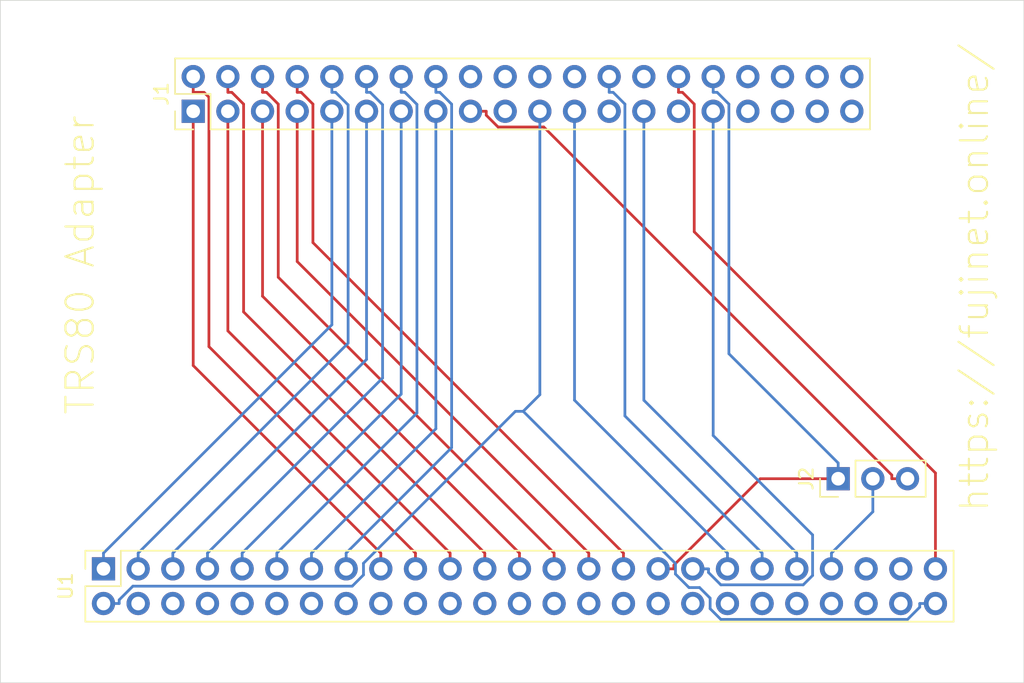
<source format=kicad_pcb>
(kicad_pcb (version 20240108) (generator "pcbnew") (generator_version "8.0")
  (layers (0 "F.Cu" signal) (31 "B.Cu" signal) (34 "B.Paste" user) (35 "F.Paste" user) (36 "B.SilkS" user "B.Silkscreen") (37 "F.SilkS" user "F.Silkscreen") (38 "B.Mask" user) (39 "F.Mask" user) (44 "Edge.Cuts" user))
  (net 0 "")
  (net 1 "/Z80_A5")
  (net 2 "/5V")
  (net 3 "/SPARE3")
  (net 4 "/Z80_A6")
  (net 5 "/Z80_A11")
  (net 6 "/ROMCS")
  (net 7 "/WAIT")
  (net 8 "/Z80_D3")
  (net 9 "/RESET")
  (net 10 "/Z80_D1")
  (net 11 "/RW")
  (net 12 "/Z80_A9")
  (net 13 "/Z80_A12")
  (net 14 "/Z80_A14")
  (net 15 "/Z80_D5")
  (net 16 "/Z80_D4")
  (net 17 "/Z80_D6")
  (net 18 "/Z80_A0")
  (net 19 "/Z80_A2")
  (net 20 "/Z80_A7")
  (net 21 "/SPARE2")
  (net 22 "/IORQ")
  (net 23 "/BUSRQ")
  (net 24 "/SPARE4")
  (net 25 "/BUSACK")
  (net 26 "/RD")
  (net 27 "/Z80_A10")
  (net 28 "/MEMRQ")
  (net 29 "/Z80_A8")
  (net 30 "/Z80_D7")
  (net 31 "/Z80_A3")
  (net 32 "/Z80_A13")
  (net 33 "/GND")
  (net 34 "/Z80_A15")
  (net 35 "/Z80_A4")
  (net 36 "/Z80_D0")
  (net 37 "/Z80_D2")
  (net 38 "/NMI")
  (net 39 "/SPARE1")
  (net 40 "/Z80_A1")
  (net 41 "Net-(J2-Pin_2)")
  (footprint "Connector_PinSocket_2.54mm:PinSocket_2x25_P2.54mm_Vertical" (layer "F.Cu") (at 122.966 136.652 90)
    (property "Reference" "U1" (at -1.27 -2.77 90) (layer "F.SilkS"))
    (property "Value" "~")
    (fp_line (start 1.33 -1.33) (end 1.33 0) (stroke (width 0.12)) (layer "F.SilkS"))
    (fp_line (start 0 -1.33) (end 1.33 -1.33) (stroke (width 0.12)) (layer "F.SilkS"))
    (fp_line (start -1.27 -1.33) (end -1.27 1.27) (stroke (width 0.12)) (layer "F.SilkS"))
    (fp_line (start -3.87 -1.33) (end -1.27 -1.33) (stroke (width 0.12)) (layer "F.SilkS"))
    (fp_line (start -3.87 -1.33) (end -3.87 62.29) (stroke (width 0.12)) (layer "F.SilkS"))
    (fp_line (start 1.33 1.27) (end 1.33 62.29) (stroke (width 0.12)) (layer "F.SilkS"))
    (fp_line (start -1.27 1.27) (end 1.33 1.27) (stroke (width 0.12)) (layer "F.SilkS"))
    (fp_line (start -3.87 62.29) (end 1.33 62.29) (stroke (width 0.12)) (layer "F.SilkS"))
    (pad "1" thru_hole rect (at 0 0 90) (size 1.7 1.7) (drill 1) (layers "*.Cu" "*.Mask") (net 36 "/Z80_D0"))
    (pad "2" thru_hole oval (at -2.54 0 90) (size 1.7 1.7) (drill 1) (layers "*.Cu" "*.Mask") (net 33 "/GND"))
    (pad "3" thru_hole oval (at 0 2.54 90) (size 1.7 1.7) (drill 1) (layers "*.Cu" "*.Mask") (net 10 "/Z80_D1"))
    (pad "4" thru_hole oval (at -2.54 2.54 90) (size 1.7 1.7) (drill 1) (layers "*.Cu" "*.Mask"))
    (pad "5" thru_hole oval (at 0 5.08 90) (size 1.7 1.7) (drill 1) (layers "*.Cu" "*.Mask") (net 37 "/Z80_D2"))
    (pad "6" thru_hole oval (at -2.54 5.08 90) (size 1.7 1.7) (drill 1) (layers "*.Cu" "*.Mask"))
    (pad "7" thru_hole oval (at 0 7.62 90) (size 1.7 1.7) (drill 1) (layers "*.Cu" "*.Mask") (net 8 "/Z80_D3"))
    (pad "8" thru_hole oval (at -2.54 7.62 90) (size 1.7 1.7) (drill 1) (layers "*.Cu" "*.Mask"))
    (pad "9" thru_hole oval (at 0 10.16 90) (size 1.7 1.7) (drill 1) (layers "*.Cu" "*.Mask") (net 16 "/Z80_D4"))
    (pad "10" thru_hole oval (at -2.54 10.16 90) (size 1.7 1.7) (drill 1) (layers "*.Cu" "*.Mask"))
    (pad "11" thru_hole oval (at 0 12.7 90) (size 1.7 1.7) (drill 1) (layers "*.Cu" "*.Mask") (net 15 "/Z80_D5"))
    (pad "12" thru_hole oval (at -2.54 12.7 90) (size 1.7 1.7) (drill 1) (layers "*.Cu" "*.Mask"))
    (pad "13" thru_hole oval (at 0 15.24 90) (size 1.7 1.7) (drill 1) (layers "*.Cu" "*.Mask") (net 17 "/Z80_D6"))
    (pad "14" thru_hole oval (at -2.54 15.24 90) (size 1.7 1.7) (drill 1) (layers "*.Cu" "*.Mask"))
    (pad "15" thru_hole oval (at 0 17.78 90) (size 1.7 1.7) (drill 1) (layers "*.Cu" "*.Mask") (net 30 "/Z80_D7"))
    (pad "16" thru_hole oval (at -2.54 17.78 90) (size 1.7 1.7) (drill 1) (layers "*.Cu" "*.Mask"))
    (pad "17" thru_hole oval (at 0 20.32 90) (size 1.7 1.7) (drill 1) (layers "*.Cu" "*.Mask") (net 18 "/Z80_A0"))
    (pad "18" thru_hole oval (at -2.54 20.32 90) (size 1.7 1.7) (drill 1) (layers "*.Cu" "*.Mask"))
    (pad "19" thru_hole oval (at 0 22.86 90) (size 1.7 1.7) (drill 1) (layers "*.Cu" "*.Mask") (net 40 "/Z80_A1"))
    (pad "20" thru_hole oval (at -2.54 22.86 90) (size 1.7 1.7) (drill 1) (layers "*.Cu" "*.Mask"))
    (pad "21" thru_hole oval (at 0 25.4 90) (size 1.7 1.7) (drill 1) (layers "*.Cu" "*.Mask") (net 19 "/Z80_A2"))
    (pad "22" thru_hole oval (at -2.54 25.4 90) (size 1.7 1.7) (drill 1) (layers "*.Cu" "*.Mask"))
    (pad "23" thru_hole oval (at 0 27.94 90) (size 1.7 1.7) (drill 1) (layers "*.Cu" "*.Mask") (net 31 "/Z80_A3"))
    (pad "24" thru_hole oval (at -2.54 27.94 90) (size 1.7 1.7) (drill 1) (layers "*.Cu" "*.Mask"))
    (pad "25" thru_hole oval (at 0 30.48 90) (size 1.7 1.7) (drill 1) (layers "*.Cu" "*.Mask") (net 35 "/Z80_A4"))
    (pad "26" thru_hole oval (at -2.54 30.48 90) (size 1.7 1.7) (drill 1) (layers "*.Cu" "*.Mask"))
    (pad "27" thru_hole oval (at 0 33.02 90) (size 1.7 1.7) (drill 1) (layers "*.Cu" "*.Mask") (net 1 "/Z80_A5"))
    (pad "28" thru_hole oval (at -2.54 33.02 90) (size 1.7 1.7) (drill 1) (layers "*.Cu" "*.Mask"))
    (pad "29" thru_hole oval (at 0 35.56 90) (size 1.7 1.7) (drill 1) (layers "*.Cu" "*.Mask") (net 4 "/Z80_A6"))
    (pad "30" thru_hole oval (at -2.54 35.56 90) (size 1.7 1.7) (drill 1) (layers "*.Cu" "*.Mask"))
    (pad "31" thru_hole oval (at 0 38.1 90) (size 1.7 1.7) (drill 1) (layers "*.Cu" "*.Mask") (net 20 "/Z80_A7"))
    (pad "32" thru_hole oval (at -2.54 38.1 90) (size 1.7 1.7) (drill 1) (layers "*.Cu" "*.Mask"))
    (pad "33" thru_hole oval (at 0 40.64 90) (size 1.7 1.7) (drill 1) (layers "*.Cu" "*.Mask") (net 26 "/RD"))
    (pad "34" thru_hole oval (at -2.54 40.64 90) (size 1.7 1.7) (drill 1) (layers "*.Cu" "*.Mask"))
    (pad "35" thru_hole oval (at 0 43.18 90) (size 1.7 1.7) (drill 1) (layers "*.Cu" "*.Mask") (net 11 "/RW"))
    (pad "36" thru_hole oval (at -2.54 43.18 90) (size 1.7 1.7) (drill 1) (layers "*.Cu" "*.Mask"))
    (pad "37" thru_hole oval (at 0 45.72 90) (size 1.7 1.7) (drill 1) (layers "*.Cu" "*.Mask") (net 9 "/RESET"))
    (pad "38" thru_hole oval (at -2.54 45.72 90) (size 1.7 1.7) (drill 1) (layers "*.Cu" "*.Mask"))
    (pad "39" thru_hole oval (at 0 48.26 90) (size 1.7 1.7) (drill 1) (layers "*.Cu" "*.Mask") (net 38 "/NMI"))
    (pad "40" thru_hole oval (at -2.54 48.26 90) (size 1.7 1.7) (drill 1) (layers "*.Cu" "*.Mask"))
    (pad "41" thru_hole oval (at 0 50.8 90) (size 1.7 1.7) (drill 1) (layers "*.Cu" "*.Mask") (net 7 "/WAIT"))
    (pad "42" thru_hole oval (at -2.54 50.8 90) (size 1.7 1.7) (drill 1) (layers "*.Cu" "*.Mask"))
    (pad "43" thru_hole oval (at 0 53.34 90) (size 1.7 1.7) (drill 1) (layers "*.Cu" "*.Mask") (net 41 "Net-(J2-Pin_2)"))
    (pad "44" thru_hole oval (at -2.54 53.34 90) (size 1.7 1.7) (drill 1) (layers "*.Cu" "*.Mask"))
    (pad "45" thru_hole oval (at 0 55.88 90) (size 1.7 1.7) (drill 1) (layers "*.Cu" "*.Mask"))
    (pad "46" thru_hole oval (at -2.54 55.88 90) (size 1.7 1.7) (drill 1) (layers "*.Cu" "*.Mask"))
    (pad "47" thru_hole oval (at 0 58.42 90) (size 1.7 1.7) (drill 1) (layers "*.Cu" "*.Mask"))
    (pad "48" thru_hole oval (at -2.54 58.42 90) (size 1.7 1.7) (drill 1) (layers "*.Cu" "*.Mask"))
    (pad "49" thru_hole oval (at 0 60.96 90) (size 1.7 1.7) (drill 1) (layers "*.Cu" "*.Mask") (net 22 "/IORQ"))
    (pad "50" thru_hole oval (at -2.54 60.96 90) (size 1.7 1.7) (drill 1) (layers "*.Cu" "*.Mask") (net 33 "/GND"))
  )
  (footprint "Connector_PinHeader_2.54mm:PinHeader_1x03_P2.54mm_Vertical" (layer "F.Cu") (at 176.799 130.048 90)
    (property "Reference" "J2" (at 0 -2.33 90) (layer "F.SilkS"))
    (property "Value" "EXT_IO_SEL")
    (fp_line (start -1.33 -1.33) (end 0 -1.33) (stroke (width 0.12)) (layer "F.SilkS"))
    (fp_line (start -1.33 0) (end -1.33 -1.33) (stroke (width 0.12)) (layer "F.SilkS"))
    (fp_line (start 1.33 1.27) (end 1.33 6.41) (stroke (width 0.12)) (layer "F.SilkS"))
    (fp_line (start -1.33 1.27) (end 1.33 1.27) (stroke (width 0.12)) (layer "F.SilkS"))
    (fp_line (start -1.33 1.27) (end -1.33 6.41) (stroke (width 0.12)) (layer "F.SilkS"))
    (fp_line (start -1.33 6.41) (end 1.33 6.41) (stroke (width 0.12)) (layer "F.SilkS"))
    (pad "1" thru_hole rect (at 0 0 90) (size 1.7 1.7) (drill 1) (layers "*.Cu" "*.Mask") (net 26 "/RD"))
    (pad "2" thru_hole oval (at 0 2.54 90) (size 1.7 1.7) (drill 1) (layers "*.Cu" "*.Mask") (net 41 "Net-(J2-Pin_2)"))
    (pad "3" thru_hole oval (at 0 5.08 90) (size 1.7 1.7) (drill 1) (layers "*.Cu" "*.Mask") (net 39 "/SPARE1"))
  )
  (footprint "Connector_PinHeader_2.54mm:PinHeader_2x20_P2.54mm_Vertical" (layer "F.Cu") (at 129.54 103.124 90)
    (property "Reference" "J1" (at 1.27 -2.33 90) (layer "F.SilkS"))
    (property "Value" "HOST SYSTEM HEADER" (hide yes))
    (fp_line (start 3.87 -1.33) (end 3.87 49.59) (stroke (width 0.12)) (layer "F.SilkS"))
    (fp_line (start 1.27 -1.33) (end 3.87 -1.33) (stroke (width 0.12)) (layer "F.SilkS"))
    (fp_line (start -1.33 -1.33) (end 0 -1.33) (stroke (width 0.12)) (layer "F.SilkS"))
    (fp_line (start -1.33 0) (end -1.33 -1.33) (stroke (width 0.12)) (layer "F.SilkS"))
    (fp_line (start 1.27 1.27) (end 1.27 -1.33) (stroke (width 0.12)) (layer "F.SilkS"))
    (fp_line (start -1.33 1.27) (end 1.27 1.27) (stroke (width 0.12)) (layer "F.SilkS"))
    (fp_line (start -1.33 1.27) (end -1.33 49.59) (stroke (width 0.12)) (layer "F.SilkS"))
    (fp_line (start -1.33 49.59) (end 3.87 49.59) (stroke (width 0.12)) (layer "F.SilkS"))
    (pad "1" thru_hole rect (at 0 0 90) (size 1.7 1.7) (drill 1) (layers "*.Cu" "*.Mask") (net 18 "/Z80_A0"))
    (pad "2" thru_hole oval (at 2.54 0 90) (size 1.7 1.7) (drill 1) (layers "*.Cu" "*.Mask") (net 40 "/Z80_A1"))
    (pad "3" thru_hole oval (at 0 2.54 90) (size 1.7 1.7) (drill 1) (layers "*.Cu" "*.Mask") (net 19 "/Z80_A2"))
    (pad "4" thru_hole oval (at 2.54 2.54 90) (size 1.7 1.7) (drill 1) (layers "*.Cu" "*.Mask") (net 31 "/Z80_A3"))
    (pad "5" thru_hole oval (at 0 5.08 90) (size 1.7 1.7) (drill 1) (layers "*.Cu" "*.Mask") (net 35 "/Z80_A4"))
    (pad "6" thru_hole oval (at 2.54 5.08 90) (size 1.7 1.7) (drill 1) (layers "*.Cu" "*.Mask") (net 1 "/Z80_A5"))
    (pad "7" thru_hole oval (at 0 7.62 90) (size 1.7 1.7) (drill 1) (layers "*.Cu" "*.Mask") (net 4 "/Z80_A6"))
    (pad "8" thru_hole oval (at 2.54 7.62 90) (size 1.7 1.7) (drill 1) (layers "*.Cu" "*.Mask") (net 20 "/Z80_A7"))
    (pad "9" thru_hole oval (at 0 10.16 90) (size 1.7 1.7) (drill 1) (layers "*.Cu" "*.Mask") (net 36 "/Z80_D0"))
    (pad "10" thru_hole oval (at 2.54 10.16 90) (size 1.7 1.7) (drill 1) (layers "*.Cu" "*.Mask") (net 10 "/Z80_D1"))
    (pad "11" thru_hole oval (at 0 12.7 90) (size 1.7 1.7) (drill 1) (layers "*.Cu" "*.Mask") (net 37 "/Z80_D2"))
    (pad "12" thru_hole oval (at 2.54 12.7 90) (size 1.7 1.7) (drill 1) (layers "*.Cu" "*.Mask") (net 8 "/Z80_D3"))
    (pad "13" thru_hole oval (at 0 15.24 90) (size 1.7 1.7) (drill 1) (layers "*.Cu" "*.Mask") (net 16 "/Z80_D4"))
    (pad "14" thru_hole oval (at 2.54 15.24 90) (size 1.7 1.7) (drill 1) (layers "*.Cu" "*.Mask") (net 15 "/Z80_D5"))
    (pad "15" thru_hole oval (at 0 17.78 90) (size 1.7 1.7) (drill 1) (layers "*.Cu" "*.Mask") (net 17 "/Z80_D6"))
    (pad "16" thru_hole oval (at 2.54 17.78 90) (size 1.7 1.7) (drill 1) (layers "*.Cu" "*.Mask") (net 30 "/Z80_D7"))
    (pad "17" thru_hole oval (at 0 20.32 90) (size 1.7 1.7) (drill 1) (layers "*.Cu" "*.Mask") (net 39 "/SPARE1"))
    (pad "18" thru_hole oval (at 2.54 20.32 90) (size 1.7 1.7) (drill 1) (layers "*.Cu" "*.Mask") (net 21 "/SPARE2"))
    (pad "19" thru_hole oval (at 0 22.86 90) (size 1.7 1.7) (drill 1) (layers "*.Cu" "*.Mask") (net 3 "/SPARE3"))
    (pad "20" thru_hole oval (at 2.54 22.86 90) (size 1.7 1.7) (drill 1) (layers "*.Cu" "*.Mask") (net 2 "/5V"))
    (pad "21" thru_hole oval (at 0 25.4 90) (size 1.7 1.7) (drill 1) (layers "*.Cu" "*.Mask") (net 33 "/GND"))
    (pad "22" thru_hole oval (at 2.54 25.4 90) (size 1.7 1.7) (drill 1) (layers "*.Cu" "*.Mask") (net 24 "/SPARE4"))
    (pad "23" thru_hole oval (at 0 27.94 90) (size 1.7 1.7) (drill 1) (layers "*.Cu" "*.Mask") (net 9 "/RESET"))
    (pad "24" thru_hole oval (at 2.54 27.94 90) (size 1.7 1.7) (drill 1) (layers "*.Cu" "*.Mask") (net 25 "/BUSACK"))
    (pad "25" thru_hole oval (at 0 30.48 90) (size 1.7 1.7) (drill 1) (layers "*.Cu" "*.Mask") (net 6 "/ROMCS"))
    (pad "26" thru_hole oval (at 2.54 30.48 90) (size 1.7 1.7) (drill 1) (layers "*.Cu" "*.Mask") (net 38 "/NMI"))
    (pad "27" thru_hole oval (at 0 33.02 90) (size 1.7 1.7) (drill 1) (layers "*.Cu" "*.Mask") (net 7 "/WAIT"))
    (pad "28" thru_hole oval (at 2.54 33.02 90) (size 1.7 1.7) (drill 1) (layers "*.Cu" "*.Mask") (net 23 "/BUSRQ"))
    (pad "29" thru_hole oval (at 0 35.56 90) (size 1.7 1.7) (drill 1) (layers "*.Cu" "*.Mask") (net 28 "/MEMRQ"))
    (pad "30" thru_hole oval (at 2.54 35.56 90) (size 1.7 1.7) (drill 1) (layers "*.Cu" "*.Mask") (net 22 "/IORQ"))
    (pad "31" thru_hole oval (at 0 38.1 90) (size 1.7 1.7) (drill 1) (layers "*.Cu" "*.Mask") (net 11 "/RW"))
    (pad "32" thru_hole oval (at 2.54 38.1 90) (size 1.7 1.7) (drill 1) (layers "*.Cu" "*.Mask") (net 26 "/RD"))
    (pad "33" thru_hole oval (at 0 40.64 90) (size 1.7 1.7) (drill 1) (layers "*.Cu" "*.Mask") (net 29 "/Z80_A8"))
    (pad "34" thru_hole oval (at 2.54 40.64 90) (size 1.7 1.7) (drill 1) (layers "*.Cu" "*.Mask") (net 12 "/Z80_A9"))
    (pad "35" thru_hole oval (at 0 43.18 90) (size 1.7 1.7) (drill 1) (layers "*.Cu" "*.Mask") (net 27 "/Z80_A10"))
    (pad "36" thru_hole oval (at 2.54 43.18 90) (size 1.7 1.7) (drill 1) (layers "*.Cu" "*.Mask") (net 5 "/Z80_A11"))
    (pad "37" thru_hole oval (at 0 45.72 90) (size 1.7 1.7) (drill 1) (layers "*.Cu" "*.Mask") (net 13 "/Z80_A12"))
    (pad "38" thru_hole oval (at 2.54 45.72 90) (size 1.7 1.7) (drill 1) (layers "*.Cu" "*.Mask") (net 32 "/Z80_A13"))
    (pad "39" thru_hole oval (at 0 48.26 90) (size 1.7 1.7) (drill 1) (layers "*.Cu" "*.Mask") (net 14 "/Z80_A14"))
    (pad "40" thru_hole oval (at 2.54 48.26 90) (size 1.7 1.7) (drill 1) (layers "*.Cu" "*.Mask") (net 34 "/Z80_A15"))
  )
  (gr_rect (start 115.408 94.996) (end 190.408 144.996) (stroke (width 0.05)) (fill none) (layer "Edge.Cuts"))
  (gr_text "https://fujinet.online/" (at 187.96 132.588 90) (layer "F.SilkS") (effects (font (size 2 2)) (justify left bottom)))
  (gr_text "TRS80 Adapter" (at 122.428 125.476 90) (layer "F.SilkS") (effects (font (size 2 2)) (justify left bottom)))
  (segment (start 135.7717 102.5994) (end 134.908 101.7357) (width 0.2) (layer "F.Cu") (net 1))
  (segment (start 134.908 101.7357) (end 134.62 101.7357) (width 0.2) (layer "F.Cu") (net 1))
  (segment (start 134.62 100.584) (end 134.62 101.7357) (width 0.2) (layer "F.Cu") (net 1))
  (segment (start 135.7717 115.286) (end 135.7717 102.5994) (width 0.2) (layer "F.Cu") (net 1))
  (segment (start 155.986 135.5003) (end 135.7717 115.286) (width 0.2) (layer "F.Cu") (net 1))
  (segment (start 155.986 136.652) (end 155.986 135.5003) (width 0.2) (layer "F.Cu") (net 1))
  (segment (start 137.16 103.124) (end 137.16 114.1343) (width 0.2) (layer "F.Cu") (net 4))
  (segment (start 158.526 136.652) (end 158.526 135.5003) (width 0.2) (layer "F.Cu") (net 4))
  (segment (start 137.16 114.1343) (end 158.526 135.5003) (width 0.2) (layer "F.Cu") (net 4))
  (segment (start 162.56 124.2943) (end 162.56 103.124) (width 0.2) (layer "B.Cu") (net 7))
  (segment (start 173.766 135.5003) (end 162.56 124.2943) (width 0.2) (layer "B.Cu") (net 7))
  (segment (start 173.766 136.652) (end 173.766 135.5003) (width 0.2) (layer "B.Cu") (net 7))
  (segment (start 142.24 100.584) (end 142.24 101.7357) (width 0.2) (layer "B.Cu") (net 8))
  (segment (start 130.586 136.652) (end 130.586 135.5003) (width 0.2) (layer "B.Cu") (net 8))
  (segment (start 142.24 101.7357) (end 142.5085 101.7357) (width 0.2) (layer "B.Cu") (net 8))
  (segment (start 142.5085 101.7357) (end 143.4158 102.643) (width 0.2) (layer "B.Cu") (net 8))
  (segment (start 143.4158 122.6705) (end 130.586 135.5003) (width 0.2) (layer "B.Cu") (net 8))
  (segment (start 143.4158 102.643) (end 143.4158 122.6705) (width 0.2) (layer "B.Cu") (net 8))
  (segment (start 168.686 136.652) (end 168.686 135.5003) (width 0.2) (layer "B.Cu") (net 9))
  (segment (start 168.686 135.5003) (end 157.48 124.2943) (width 0.2) (layer "B.Cu") (net 9))
  (segment (start 157.48 124.2943) (end 157.48 103.124) (width 0.2) (layer "B.Cu") (net 9))
  (segment (start 139.9685 101.7357) (end 139.7 101.7357) (width 0.2) (layer "B.Cu") (net 10))
  (segment (start 140.8906 120.1157) (end 140.8906 102.6578) (width 0.2) (layer "B.Cu") (net 10))
  (segment (start 140.8906 102.6578) (end 139.9685 101.7357) (width 0.2) (layer "B.Cu") (net 10))
  (segment (start 125.506 136.652) (end 125.506 135.5003) (width 0.2) (layer "B.Cu") (net 10))
  (segment (start 139.7 100.584) (end 139.7 101.7357) (width 0.2) (layer "B.Cu") (net 10))
  (segment (start 125.506 135.5003) (end 140.8906 120.1157) (width 0.2) (layer "B.Cu") (net 10))
  (segment (start 167.2977 136.9205) (end 167.2977 136.652) (width 0.2) (layer "B.Cu") (net 11))
  (segment (start 167.64 126.8815) (end 174.9239 134.1654) (width 0.2) (layer "B.Cu") (net 11))
  (segment (start 166.146 136.652) (end 167.2977 136.652) (width 0.2) (layer "B.Cu") (net 11))
  (segment (start 174.9239 137.1385) (end 174.2383 137.8241) (width 0.2) (layer "B.Cu") (net 11))
  (segment (start 174.2383 137.8241) (end 168.2013 137.8241) (width 0.2) (layer "B.Cu") (net 11))
  (segment (start 167.64 103.124) (end 167.64 126.8815) (width 0.2) (layer "B.Cu") (net 11))
  (segment (start 168.2013 137.8241) (end 167.2977 136.9205) (width 0.2) (layer "B.Cu") (net 11))
  (segment (start 174.9239 134.1654) (end 174.9239 137.1385) (width 0.2) (layer "B.Cu") (net 11))
  (segment (start 144.78 100.584) (end 144.78 101.7357) (width 0.2) (layer "B.Cu") (net 15))
  (segment (start 145.0485 101.7357) (end 145.9328 102.62) (width 0.2) (layer "B.Cu") (net 15))
  (segment (start 144.78 101.7357) (end 145.0485 101.7357) (width 0.2) (layer "B.Cu") (net 15))
  (segment (start 145.9328 102.62) (end 145.9328 125.2335) (width 0.2) (layer "B.Cu") (net 15))
  (segment (start 145.9328 125.2335) (end 135.666 135.5003) (width 0.2) (layer "B.Cu") (net 15))
  (segment (start 135.666 136.652) (end 135.666 135.5003) (width 0.2) (layer "B.Cu") (net 15))
  (segment (start 144.78 123.8463) (end 133.126 135.5003) (width 0.2) (layer "B.Cu") (net 16))
  (segment (start 133.126 136.652) (end 133.126 135.5003) (width 0.2) (layer "B.Cu") (net 16))
  (segment (start 144.78 104.2757) (end 144.78 123.8463) (width 0.2) (layer "B.Cu") (net 16))
  (segment (start 144.78 103.124) (end 144.78 104.2757) (width 0.2) (layer "B.Cu") (net 16))
  (segment (start 147.32 126.3863) (end 138.206 135.5003) (width 0.2) (layer "B.Cu") (net 17))
  (segment (start 147.32 103.124) (end 147.32 104.2757) (width 0.2) (layer "B.Cu") (net 17))
  (segment (start 147.32 104.2757) (end 147.32 126.3863) (width 0.2) (layer "B.Cu") (net 17))
  (segment (start 138.206 136.652) (end 138.206 135.5003) (width 0.2) (layer "B.Cu") (net 17))
  (segment (start 129.54 103.124) (end 129.54 121.7543) (width 0.2) (layer "F.Cu") (net 18))
  (segment (start 143.286 136.652) (end 143.286 135.5003) (width 0.2) (layer "F.Cu") (net 18))
  (segment (start 129.54 121.7543) (end 143.286 135.5003) (width 0.2) (layer "F.Cu") (net 18))
  (segment (start 148.366 135.5003) (end 132.08 119.2143) (width 0.2) (layer "F.Cu") (net 19))
  (segment (start 132.08 103.124) (end 132.08 104.2757) (width 0.2) (layer "F.Cu") (net 19))
  (segment (start 132.08 119.2143) (end 132.08 104.2757) (width 0.2) (layer "F.Cu") (net 19))
  (segment (start 148.366 136.652) (end 148.366 135.5003) (width 0.2) (layer "F.Cu") (net 19))
  (segment (start 137.448 101.7357) (end 137.16 101.7357) (width 0.2) (layer "F.Cu") (net 20))
  (segment (start 137.16 100.584) (end 137.16 101.7357) (width 0.2) (layer "F.Cu") (net 20))
  (segment (start 138.3117 102.5994) (end 137.448 101.7357) (width 0.2) (layer "F.Cu") (net 20))
  (segment (start 161.066 135.5003) (end 138.3117 112.746) (width 0.2) (layer "F.Cu") (net 20))
  (segment (start 138.3117 112.746) (end 138.3117 102.5994) (width 0.2) (layer "F.Cu") (net 20))
  (segment (start 161.066 136.652) (end 161.066 135.5003) (width 0.2) (layer "F.Cu") (net 20))
  (segment (start 166.2517 111.9533) (end 183.926 129.6276) (width 0.2) (layer "F.Cu") (net 22))
  (segment (start 165.1 101.7357) (end 165.388 101.7357) (width 0.2) (layer "F.Cu") (net 22))
  (segment (start 183.926 129.6276) (end 183.926 136.652) (width 0.2) (layer "F.Cu") (net 22))
  (segment (start 165.388 101.7357) (end 166.2517 102.5994) (width 0.2) (layer "F.Cu") (net 22))
  (segment (start 165.1 100.584) (end 165.1 101.7357) (width 0.2) (layer "F.Cu") (net 22))
  (segment (start 166.2517 102.5994) (end 166.2517 111.9533) (width 0.2) (layer "F.Cu") (net 22))
  (segment (start 164.7577 136.3835) (end 164.7577 136.652) (width 0.2) (layer "F.Cu") (net 26))
  (segment (start 176.799 130.048) (end 171.0932 130.048) (width 0.2) (layer "F.Cu") (net 26))
  (segment (start 171.0932 130.048) (end 164.7577 136.3835) (width 0.2) (layer "F.Cu") (net 26))
  (segment (start 163.606 136.652) (end 164.7577 136.652) (width 0.2) (layer "F.Cu") (net 26))
  (segment (start 176.799 130.048) (end 176.799 128.8963) (width 0.2) (layer "B.Cu") (net 26))
  (segment (start 168.7917 102.5994) (end 168.7917 120.889) (width 0.2) (layer "B.Cu") (net 26))
  (segment (start 167.928 101.7357) (end 168.7917 102.5994) (width 0.2) (layer "B.Cu") (net 26))
  (segment (start 167.64 100.584) (end 167.64 101.7357) (width 0.2) (layer "B.Cu") (net 26))
  (segment (start 168.7917 120.889) (end 176.799 128.8963) (width 0.2) (layer "B.Cu") (net 26))
  (segment (start 167.64 101.7357) (end 167.928 101.7357) (width 0.2) (layer "B.Cu") (net 26))
  (segment (start 147.6079 101.7357) (end 148.4762 102.604) (width 0.2) (layer "B.Cu") (net 30))
  (segment (start 148.4762 102.604) (end 148.4762 127.7701) (width 0.2) (layer "B.Cu") (net 30))
  (segment (start 140.746 136.652) (end 140.746 135.5003) (width 0.2) (layer "B.Cu") (net 30))
  (segment (start 147.32 101.7357) (end 147.6079 101.7357) (width 0.2) (layer "B.Cu") (net 30))
  (segment (start 147.32 100.584) (end 147.32 101.7357) (width 0.2) (layer "B.Cu") (net 30))
  (segment (start 148.4762 127.7701) (end 140.746 135.5003) (width 0.2) (layer "B.Cu") (net 30))
  (segment (start 150.906 136.652) (end 150.906 135.5003) (width 0.2) (layer "F.Cu") (net 31))
  (segment (start 133.2317 117.826) (end 150.906 135.5003) (width 0.2) (layer "F.Cu") (net 31))
  (segment (start 132.368 101.7357) (end 133.2317 102.5994) (width 0.2) (layer "F.Cu") (net 31))
  (segment (start 133.2317 102.5994) (end 133.2317 117.826) (width 0.2) (layer "F.Cu") (net 31))
  (segment (start 132.08 100.584) (end 132.08 101.7357) (width 0.2) (layer "F.Cu") (net 31))
  (segment (start 132.08 101.7357) (end 132.368 101.7357) (width 0.2) (layer "F.Cu") (net 31))
  (segment (start 166.6422 138.0241) (end 167.416 138.7979) (width 0.2) (layer "B.Cu") (net 33))
  (segment (start 168.2027 140.3568) (end 181.878 140.3568) (width 0.2) (layer "B.Cu") (net 33))
  (segment (start 154.94 123.8913) (end 153.7217 125.1096) (width 0.2) (layer "B.Cu") (net 33))
  (segment (start 164.876 136.2639) (end 164.876 137.0331) (width 0.2) (layer "B.Cu") (net 33))
  (segment (start 154.94 103.124) (end 154.94 123.8913) (width 0.2) (layer "B.Cu") (net 33))
  (segment (start 142.016 136.2426) (end 153.149 125.1096) (width 0.2) (layer "B.Cu") (net 33))
  (segment (start 181.878 140.3568) (end 182.7743 139.4605) (width 0.2) (layer "B.Cu") (net 33))
  (segment (start 124.1177 139.192) (end 124.1177 138.9235) (width 0.2) (layer "B.Cu") (net 33))
  (segment (start 142.016 137.0973) (end 142.016 136.2426) (width 0.2) (layer "B.Cu") (net 33))
  (segment (start 153.7217 125.1096) (end 164.876 136.2639) (width 0.2) (layer "B.Cu") (net 33))
  (segment (start 124.1177 138.9235) (end 125.1192 137.922) (width 0.2) (layer "B.Cu") (net 33))
  (segment (start 167.416 138.7979) (end 167.416 139.5701) (width 0.2) (layer "B.Cu") (net 33))
  (segment (start 164.876 137.0331) (end 165.867 138.0241) (width 0.2) (layer "B.Cu") (net 33))
  (segment (start 122.966 139.192) (end 124.1177 139.192) (width 0.2) (layer "B.Cu") (net 33))
  (segment (start 182.7743 139.4605) (end 182.7743 139.192) (width 0.2) (layer "B.Cu") (net 33))
  (segment (start 183.926 139.192) (end 182.7743 139.192) (width 0.2) (layer "B.Cu") (net 33))
  (segment (start 141.1913 137.922) (end 142.016 137.0973) (width 0.2) (layer "B.Cu") (net 33))
  (segment (start 153.149 125.1096) (end 153.7217 125.1096) (width 0.2) (layer "B.Cu") (net 33))
  (segment (start 167.416 139.5701) (end 168.2027 140.3568) (width 0.2) (layer "B.Cu") (net 33))
  (segment (start 125.1192 137.922) (end 141.1913 137.922) (width 0.2) (layer "B.Cu") (net 33))
  (segment (start 165.867 138.0241) (end 166.6422 138.0241) (width 0.2) (layer "B.Cu") (net 33))
  (segment (start 134.62 116.6743) (end 153.446 135.5003) (width 0.2) (layer "F.Cu") (net 35))
  (segment (start 153.446 136.652) (end 153.446 135.5003) (width 0.2) (layer "F.Cu") (net 35))
  (segment (start 134.62 103.124) (end 134.62 116.6743) (width 0.2) (layer "F.Cu") (net 35))
  (segment (start 139.7 118.7663) (end 122.966 135.5003) (width 0.2) (layer "B.Cu") (net 36))
  (segment (start 139.7 103.124) (end 139.7 118.7663) (width 0.2) (layer "B.Cu") (net 36))
  (segment (start 122.966 136.652) (end 122.966 135.5003) (width 0.2) (layer "B.Cu") (net 36))
  (segment (start 142.24 103.124) (end 142.24 121.3063) (width 0.2) (layer "B.Cu") (net 37))
  (segment (start 128.046 136.652) (end 128.046 135.5003) (width 0.2) (layer "B.Cu") (net 37))
  (segment (start 142.24 121.3063) (end 128.046 135.5003) (width 0.2) (layer "B.Cu") (net 37))
  (segment (start 160.02 101.7357) (end 160.308 101.7357) (width 0.2) (layer "B.Cu") (net 38))
  (segment (start 161.1717 125.446) (end 171.226 135.5003) (width 0.2) (layer "B.Cu") (net 38))
  (segment (start 171.226 136.652) (end 171.226 135.5003) (width 0.2) (layer "B.Cu") (net 38))
  (segment (start 160.02 100.584) (end 160.02 101.7357) (width 0.2) (layer "B.Cu") (net 38))
  (segment (start 160.308 101.7357) (end 161.1717 102.5994) (width 0.2) (layer "B.Cu") (net 38))
  (segment (start 161.1717 102.5994) (end 161.1717 125.446) (width 0.2) (layer "B.Cu") (net 38))
  (segment (start 149.86 103.124) (end 151.0117 103.124) (width 0.2) (layer "F.Cu") (net 39))
  (segment (start 180.7273 129.7795) (end 180.7273 130.048) (width 0.2) (layer "F.Cu") (net 39))
  (segment (start 181.879 130.048) (end 180.7273 130.048) (width 0.2) (layer "F.Cu") (net 39))
  (segment (start 155.2235 104.2757) (end 180.7273 129.7795) (width 0.2) (layer "F.Cu") (net 39))
  (segment (start 151.0117 103.124) (end 151.0117 103.412) (width 0.2) (layer "F.Cu") (net 39))
  (segment (start 151.8754 104.2757) (end 155.2235 104.2757) (width 0.2) (layer "F.Cu") (net 39))
  (segment (start 151.0117 103.412) (end 151.8754 104.2757) (width 0.2) (layer "F.Cu") (net 39))
  (segment (start 145.826 136.652) (end 145.826 135.5003) (width 0.2) (layer "F.Cu") (net 40))
  (segment (start 130.3318 101.7357) (end 130.6917 102.0956) (width 0.2) (layer "F.Cu") (net 40))
  (segment (start 129.54 101.7357) (end 130.3318 101.7357) (width 0.2) (layer "F.Cu") (net 40))
  (segment (start 129.54 100.584) (end 129.54 101.7357) (width 0.2) (layer "F.Cu") (net 40))
  (segment (start 130.6917 102.0956) (end 130.6917 120.366) (width 0.2) (layer "F.Cu") (net 40))
  (segment (start 130.6917 120.366) (end 145.826 135.5003) (width 0.2) (layer "F.Cu") (net 40))
  (segment (start 179.339 132.4673) (end 176.306 135.5003) (width 0.2) (layer "B.Cu") (net 41))
  (segment (start 179.339 130.048) (end 179.339 132.4673) (width 0.2) (layer "B.Cu") (net 41))
  (segment (start 176.306 136.652) (end 176.306 135.5003) (width 0.2) (layer "B.Cu") (net 41))
)
</source>
